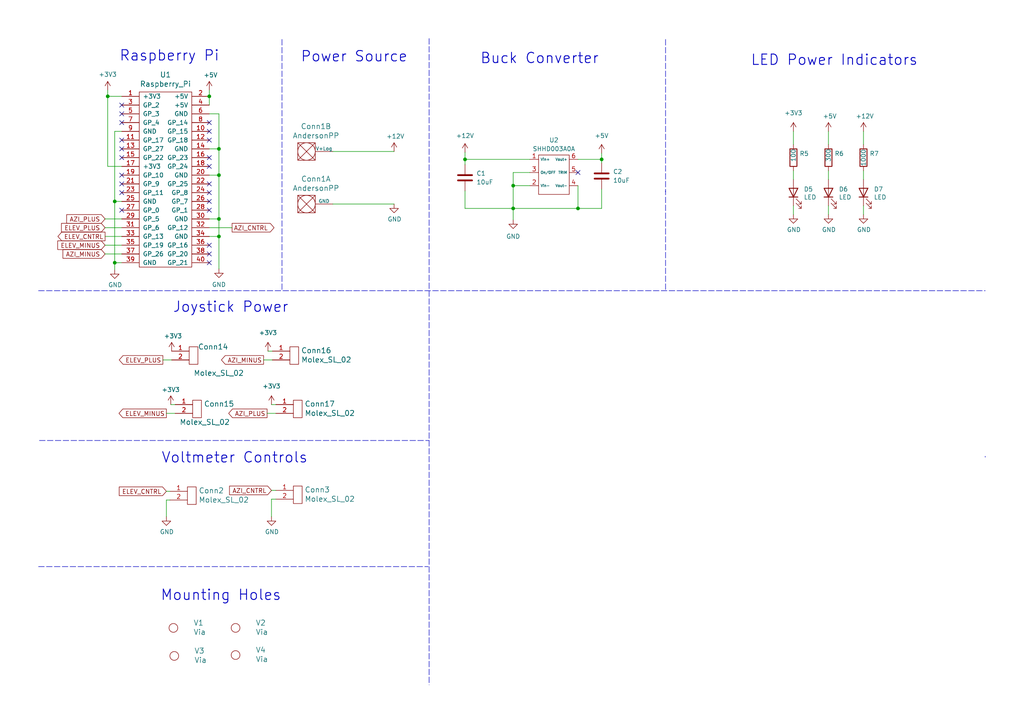
<source format=kicad_sch>
(kicad_sch (version 20230121) (generator eeschema)
  (paper "A4")
  (lib_symbols
    (symbol "Device:C" (pin_numbers hide) (pin_names (offset 0.254))
      (property "Reference" "C" (at 0.635 2.54 0))
      (property "Value" "C" (at 0.635 -2.54 0))
      (symbol "C_0_1"
        (polyline (pts (xy -2.032 -0.762) (xy 2.032 -0.762)) (stroke (width 0.508)))
        (polyline (pts (xy -2.032 0.762) (xy 2.032 0.762)) (stroke (width 0.508)))
      )
      (symbol "C_1_1"
        (pin passive line (at 0 3.81 270) (length 2.794) (name "~") (number "1"))
        (pin passive line (at 0 -3.81 90) (length 2.794) (name "~") (number "2"))
      )
    )
    (symbol "Device:LED" (pin_numbers hide) (pin_names (offset 1.016) hide)
      (property "Reference" "D" (at 0 2.54 0))
      (property "Value" "LED" (at 0 -2.54 0))
      (symbol "LED_0_1"
        (polyline (pts (xy -1.27 -1.27) (xy -1.27 1.27)) (stroke (width 0.254)))
        (polyline (pts (xy -1.27 0) (xy 1.27 0)))
        (polyline (pts (xy 1.27 -1.27) (xy 1.27 1.27) (xy -1.27 0) (xy 1.27 -1.27)) (stroke (width 0.254)))
        (polyline (pts (xy -3.048 -0.762) (xy -4.572 -2.286) (xy -3.81 -2.286) (xy -4.572 -2.286) (xy -4.572 -1.524)))
        (polyline (pts (xy -1.778 -0.762) (xy -3.302 -2.286) (xy -2.54 -2.286) (xy -3.302 -2.286) (xy -3.302 -1.524)))
      )
      (symbol "LED_1_1"
        (pin passive line (at -3.81 0 0) (length 2.54) (name "K") (number "1"))
        (pin passive line (at 3.81 0 180) (length 2.54) (name "A") (number "2"))
      )
    )
    (symbol "Device:R" (pin_numbers hide) (pin_names (offset 0))
      (property "Reference" "R" (at 2.032 0 90))
      (property "Value" "R" (at 0 0 90))
      (symbol "R_0_1"
        (rectangle (start -1.016 -2.54) (end 1.016 2.54) (stroke (width 0.254)))
      )
      (symbol "R_1_1"
        (pin passive line (at 0 3.81 270) (length 1.27) (name "~") (number "1"))
        (pin passive line (at 0 -3.81 90) (length 1.27) (name "~") (number "2"))
      )
    )
    (symbol "EquipmentServicingPanel_Hardware_2023_Rev1-rescue:+3.3V-power" (power) (pin_names (offset 0))
      (property "Value" "+3.3V-power" (at 0 3.556 0))
      (symbol "+3.3V-power_0_1"
        (polyline (pts (xy -0.762 1.27) (xy 0 2.54)))
        (polyline (pts (xy 0 0) (xy 0 2.54)))
        (polyline (pts (xy 0 2.54) (xy 0.762 1.27)))
      )
      (symbol "+3.3V-power_1_1"
        (pin power_in line (at 0 0 90) (length 0) hide (name "+3V3") (number "1"))
      )
    )
    (symbol "MRDT_Connectors:AndersonPP" (pin_numbers hide) (pin_names (offset 0))
      (property "Reference" "Conn" (at 3.81 -1.27 0))
      (property "Value" "AndersonPP" (at 2.54 6.35 0))
      (symbol "AndersonPP_0_1"
        (polyline (pts (xy 0 5.08) (xy 5.08 0)))
        (polyline (pts (xy 5.08 5.08) (xy 0 0)))
        (rectangle (start 0 0) (end 5.08 5.08))
        (circle (center 2.54 2.54) (radius 2.54))
      )
      (symbol "AndersonPP_1_1"
        (pin input line (at 10.16 2.54 180) (length 5.08) (name "GND") (number "1"))
      )
      (symbol "AndersonPP_2_1"
        (pin input line (at 10.16 2.54 180) (length 5.08) (name "V+Log") (number "2"))
      )
      (symbol "AndersonPP_3_1"
        (pin input line (at 10.16 2.54 180) (length 5.08) (name "V+Act") (number "3"))
      )
      (symbol "AndersonPP_4_1"
        (pin input line (at 10.16 2.54 180) (length 5.08) (name "PV+") (number "4"))
      )
      (symbol "AndersonPP_5_1"
        (pin input line (at 10.16 2.54 180) (length 5.08) (name "~") (number "1"))
      )
    )
    (symbol "MRDT_Connectors:Molex_SL_02" (pin_names (offset 1.016))
      (property "Reference" "Conn" (at 3.81 -1.27 0))
      (property "Value" "Molex_SL_02" (at 1.27 6.35 0))
      (symbol "Molex_SL_02_0_1"
        (rectangle (start 0 5.08) (end 2.54 0))
      )
      (symbol "Molex_SL_02_1_1"
        (pin input line (at -5.08 3.81 0) (length 5.08) (name "~") (number "1"))
        (pin input line (at -5.08 1.27 0) (length 5.08) (name "~") (number "2"))
      )
    )
    (symbol "MRDT_Devices:SHHD003A0A"
      (property "Reference" "U" (at 0 0 0))
      (property "Value" "SHHD003A0A" (at 0 0 0))
      (symbol "SHHD003A0A_0_1"
        (rectangle (start -3.81 13.97) (end 5.08 2.54))
      )
      (symbol "SHHD003A0A_1_1"
        (pin input line (at -6.35 12.7 0) (length 2.54) (name "Vin+") (number "1"))
        (pin input line (at -6.35 5.08 0) (length 2.54) (name "Vin-") (number "2"))
        (pin input line (at -6.35 8.89 0) (length 2.54) (name "On/OFF") (number "3"))
        (pin output line (at 7.62 5.08 180) (length 2.54) (name "Vout-") (number "4"))
        (pin output line (at 7.62 8.89 180) (length 2.54) (name "TRIM") (number "5"))
        (pin output line (at 7.62 12.7 180) (length 2.54) (name "Vout+") (number "6"))
      )
    )
    (symbol "MRDT_Drill_Holes:Via" (pin_names (offset 1.016))
      (property "Reference" "V" (at 0 -2.54 0))
      (property "Value" "Via" (at 0 2.54 0))
      (symbol "Via_0_1"
        (circle (center 0 0) (radius 1.27))
      )
      (symbol "Via_1_1"
        (pin input line (at 0 0 0) (length 5.08) hide (name "~") (number "1"))
      )
    )
    (symbol "MRDT_Shields:Raspberry_Pi" (pin_names (offset 1.016))
      (property "Reference" "U" (at 1.27 -1.27 0))
      (property "Value" "Raspberry_Pi" (at 7.62 52.07 0))
      (symbol "Raspberry_Pi_0_1"
        (rectangle (start 15.24 0) (end 0 50.8))
      )
      (symbol "Raspberry_Pi_1_1"
        (pin input line (at -5.08 49.53 0) (length 5.08) (name "+3V3") (number "1"))
        (pin input line (at 20.32 39.37 180) (length 5.08) (name "GP_15") (number "10"))
        (pin input line (at -5.08 36.83 0) (length 5.08) (name "GP_17") (number "11"))
        (pin input line (at 20.32 36.83 180) (length 5.08) (name "GP_18") (number "12"))
        (pin input line (at -5.08 34.29 0) (length 5.08) (name "GP_27") (number "13"))
        (pin input line (at 20.32 34.29 180) (length 5.08) (name "GND") (number "14"))
        (pin input line (at -5.08 31.75 0) (length 5.08) (name "GP_22") (number "15"))
        (pin input line (at 20.32 31.75 180) (length 5.08) (name "GP_23") (number "16"))
        (pin input line (at -5.08 29.21 0) (length 5.08) (name "+3V3") (number "17"))
        (pin input line (at 20.32 29.21 180) (length 5.08) (name "GP_24") (number "18"))
        (pin input line (at -5.08 26.67 0) (length 5.08) (name "GP_10") (number "19"))
        (pin input line (at 20.32 49.53 180) (length 5.08) (name "+5V") (number "2"))
        (pin input line (at 20.32 26.67 180) (length 5.08) (name "GND") (number "20"))
        (pin input line (at -5.08 24.13 0) (length 5.08) (name "GP_9") (number "21"))
        (pin input line (at 20.32 24.13 180) (length 5.08) (name "GP_25") (number "22"))
        (pin input line (at -5.08 21.59 0) (length 5.08) (name "GP_11") (number "23"))
        (pin input line (at 20.32 21.59 180) (length 5.08) (name "GP_8") (number "24"))
        (pin input line (at -5.08 19.05 0) (length 5.08) (name "GND") (number "25"))
        (pin input line (at 20.32 19.05 180) (length 5.08) (name "GP_7") (number "26"))
        (pin input line (at -5.08 16.51 0) (length 5.08) (name "GP_0") (number "27"))
        (pin input line (at 20.32 16.51 180) (length 5.08) (name "GP_1") (number "28"))
        (pin input line (at -5.08 13.97 0) (length 5.08) (name "GP_5") (number "29"))
        (pin input line (at -5.08 46.99 0) (length 5.08) (name "GP_2") (number "3"))
        (pin input line (at 20.32 13.97 180) (length 5.08) (name "GND") (number "30"))
        (pin input line (at -5.08 11.43 0) (length 5.08) (name "GP_6") (number "31"))
        (pin input line (at 20.32 11.43 180) (length 5.08) (name "GP_12") (number "32"))
        (pin input line (at -5.08 8.89 0) (length 5.08) (name "GP_13") (number "33"))
        (pin input line (at 20.32 8.89 180) (length 5.08) (name "GND") (number "34"))
        (pin input line (at -5.08 6.35 0) (length 5.08) (name "GP_19") (number "35"))
        (pin input line (at 20.32 6.35 180) (length 5.08) (name "GP_16") (number "36"))
        (pin input line (at -5.08 3.81 0) (length 5.08) (name "GP_26") (number "37"))
        (pin input line (at 20.32 3.81 180) (length 5.08) (name "GP_20") (number "38"))
        (pin input line (at -5.08 1.27 0) (length 5.08) (name "GND") (number "39"))
        (pin input line (at 20.32 46.99 180) (length 5.08) (name "+5V") (number "4"))
        (pin input line (at 20.32 1.27 180) (length 5.08) (name "GP_21") (number "40"))
        (pin input line (at -5.08 44.45 0) (length 5.08) (name "GP_3") (number "5"))
        (pin input line (at 20.32 44.45 180) (length 5.08) (name "GND") (number "6"))
        (pin input line (at -5.08 41.91 0) (length 5.08) (name "GP_4") (number "7"))
        (pin input line (at 20.32 41.91 180) (length 5.08) (name "GP_14") (number "8"))
        (pin input line (at -5.08 39.37 0) (length 5.08) (name "GND") (number "9"))
      )
    )
    (symbol "power:+12V" (power) (pin_names (offset 0))
      (property "Value" "+12V" (at 0 3.556 0))
      (symbol "+12V_0_1"
        (polyline (pts (xy -0.762 1.27) (xy 0 2.54)))
        (polyline (pts (xy 0 0) (xy 0 2.54)))
        (polyline (pts (xy 0 2.54) (xy 0.762 1.27)))
      )
      (symbol "+12V_1_1"
        (pin power_in line (at 0 0 90) (length 0) hide (name "+12V") (number "1"))
      )
    )
    (symbol "power:+3V3" (power) (pin_names (offset 0))
      (property "Value" "+3V3" (at 0 3.556 0))
      (symbol "+3V3_0_1"
        (polyline (pts (xy -0.762 1.27) (xy 0 2.54)))
        (polyline (pts (xy 0 0) (xy 0 2.54)))
        (polyline (pts (xy 0 2.54) (xy 0.762 1.27)))
      )
      (symbol "+3V3_1_1"
        (pin power_in line (at 0 0 90) (length 0) hide (name "+3V3") (number "1"))
      )
    )
    (symbol "power:+5V" (power) (pin_names (offset 0))
      (property "Value" "+5V" (at 0 3.556 0))
      (symbol "+5V_0_1"
        (polyline (pts (xy -0.762 1.27) (xy 0 2.54)))
        (polyline (pts (xy 0 0) (xy 0 2.54)))
        (polyline (pts (xy 0 2.54) (xy 0.762 1.27)))
      )
      (symbol "+5V_1_1"
        (pin power_in line (at 0 0 90) (length 0) hide (name "+5V") (number "1"))
      )
    )
    (symbol "power:GND" (power) (pin_names (offset 0))
      (property "Value" "GND" (at 0 -3.81 0))
      (symbol "GND_0_1"
        (polyline (pts (xy 0 0) (xy 0 -1.27) (xy 1.27 -1.27) (xy 0 -2.54) (xy -1.27 -1.27) (xy 0 -1.27)))
      )
      (symbol "GND_1_1"
        (pin power_in line (at 0 0 270) (length 0) hide (name "GND") (number "1"))
      )
    )
  )
  (junction (at 31.242 27.94))
  (junction (at 174.498 46.228))
  (junction (at 63.5 68.58))
  (junction (at 134.874 46.228))
  (junction (at 60.706 27.94))
  (junction (at 63.5 50.8))
  (junction (at 63.5 63.5))
  (junction (at 148.844 53.848))
  (junction (at 148.844 60.452))
  (junction (at 167.64 60.452))
  (junction (at 33.274 58.42))
  (junction (at 33.274 76.2))
  (junction (at 63.5 43.18))
  (no_connect (at 35.306 45.72))
  (no_connect (at 35.306 55.88))
  (no_connect (at 60.706 40.64))
  (no_connect (at 60.706 55.88))
  (no_connect (at 35.306 30.48))
  (no_connect (at 35.306 33.02))
  (no_connect (at 35.306 60.96))
  (no_connect (at 35.306 40.64))
  (no_connect (at 60.706 73.66))
  (no_connect (at 60.706 45.72))
  (no_connect (at 60.706 58.42))
  (no_connect (at 60.706 60.96))
  (no_connect (at 60.706 53.34))
  (no_connect (at 167.64 50.038))
  (no_connect (at 35.306 53.34))
  (no_connect (at 60.706 48.26))
  (no_connect (at 35.306 43.18))
  (no_connect (at 60.706 76.2))
  (no_connect (at 60.706 35.56))
  (no_connect (at 35.306 35.56))
  (no_connect (at 35.306 50.8))
  (no_connect (at 60.706 38.1))
  (no_connect (at 60.706 71.12))
  (polyline (pts (xy 285.75 132.334) (xy 285.75 132.588)) (stroke (width 0) (type dash)))
  (wire (pts (xy 134.874 60.452) (xy 148.844 60.452)))
  (wire (pts (xy 63.5 43.18) (xy 63.5 50.8)))
  (wire (pts (xy 48.26 142.494) (xy 49.276 142.494)))
  (wire (pts (xy 77.724 101.854) (xy 78.994 101.854)))
  (wire (pts (xy 240.284 41.91) (xy 240.284 38.1)))
  (polyline (pts (xy 124.46 84.328) (xy 124.46 198.628)) (stroke (width 0) (type dash)))
  (polyline (pts (xy 11.176 84.328) (xy 285.75 84.328)) (stroke (width 0) (type dash)))
  (wire (pts (xy 30.48 66.04) (xy 35.306 66.04)))
  (wire (pts (xy 35.306 38.1) (xy 33.274 38.1)))
  (wire (pts (xy 30.48 63.5) (xy 35.306 63.5)))
  (wire (pts (xy 250.444 52.07) (xy 250.444 49.53)))
  (wire (pts (xy 33.274 76.2) (xy 33.274 78.232)))
  (wire (pts (xy 63.5 68.58) (xy 60.706 68.58)))
  (wire (pts (xy 76.454 104.394) (xy 78.994 104.394)))
  (wire (pts (xy 48.26 149.86) (xy 48.26 145.034)))
  (wire (pts (xy 80.01 117.348) (xy 78.74 117.348)))
  (wire (pts (xy 230.124 52.07) (xy 230.124 49.53)))
  (wire (pts (xy 60.706 50.8) (xy 63.5 50.8)))
  (wire (pts (xy 134.874 44.196) (xy 134.874 46.228)))
  (wire (pts (xy 230.124 41.91) (xy 230.124 38.1)))
  (wire (pts (xy 63.5 50.8) (xy 63.5 63.5)))
  (polyline (pts (xy 81.788 11.43) (xy 81.788 84.328)) (stroke (width 0) (type dash)))
  (wire (pts (xy 60.706 63.5) (xy 63.5 63.5)))
  (wire (pts (xy 174.498 44.45) (xy 174.498 46.228)))
  (wire (pts (xy 35.306 58.42) (xy 33.274 58.42)))
  (wire (pts (xy 240.284 62.23) (xy 240.284 59.69)))
  (wire (pts (xy 174.498 54.864) (xy 174.498 60.452)))
  (wire (pts (xy 96.52 43.942) (xy 114.3 43.942)))
  (wire (pts (xy 250.444 62.23) (xy 250.444 59.69)))
  (wire (pts (xy 31.242 27.94) (xy 31.242 48.26)))
  (wire (pts (xy 77.47 119.888) (xy 80.01 119.888)))
  (wire (pts (xy 167.64 53.848) (xy 167.64 60.452)))
  (polyline (pts (xy 193.04 11.43) (xy 193.04 84.328)) (stroke (width 0) (type dash)))
  (wire (pts (xy 60.706 26.162) (xy 60.706 27.94)))
  (wire (pts (xy 63.5 33.02) (xy 63.5 43.18)))
  (wire (pts (xy 47.244 104.394) (xy 49.784 104.394)))
  (wire (pts (xy 50.8 117.348) (xy 49.53 117.348)))
  (wire (pts (xy 148.844 50.038) (xy 148.844 53.848)))
  (wire (pts (xy 174.498 60.452) (xy 167.64 60.452)))
  (wire (pts (xy 148.844 60.452) (xy 148.844 63.754)))
  (wire (pts (xy 60.706 43.18) (xy 63.5 43.18)))
  (polyline (pts (xy 11.176 164.338) (xy 124.206 164.338)) (stroke (width 0) (type dash)))
  (wire (pts (xy 240.284 52.07) (xy 240.284 49.53)))
  (wire (pts (xy 48.26 119.888) (xy 50.8 119.888)))
  (wire (pts (xy 153.67 50.038) (xy 148.844 50.038)))
  (wire (pts (xy 167.64 60.452) (xy 148.844 60.452)))
  (wire (pts (xy 31.242 26.162) (xy 31.242 27.94)))
  (wire (pts (xy 148.844 53.848) (xy 148.844 60.452)))
  (wire (pts (xy 167.64 46.228) (xy 174.498 46.228)))
  (wire (pts (xy 35.306 76.2) (xy 33.274 76.2)))
  (wire (pts (xy 35.306 27.94) (xy 31.242 27.94)))
  (wire (pts (xy 78.74 144.78) (xy 78.74 149.86)))
  (wire (pts (xy 33.274 38.1) (xy 33.274 58.42)))
  (wire (pts (xy 33.274 58.42) (xy 33.274 76.2)))
  (wire (pts (xy 134.874 46.228) (xy 134.874 47.752)))
  (wire (pts (xy 63.5 63.5) (xy 63.5 68.58)))
  (wire (pts (xy 30.48 68.58) (xy 35.306 68.58)))
  (polyline (pts (xy 124.46 11.176) (xy 124.46 84.328)) (stroke (width 0) (type dash)))
  (wire (pts (xy 148.844 53.848) (xy 153.67 53.848)))
  (wire (pts (xy 35.306 48.26) (xy 31.242 48.26)))
  (wire (pts (xy 96.52 59.182) (xy 114.3 59.182)))
  (wire (pts (xy 60.706 66.04) (xy 67.31 66.04)))
  (wire (pts (xy 60.706 33.02) (xy 63.5 33.02)))
  (wire (pts (xy 63.5 77.978) (xy 63.5 68.58)))
  (wire (pts (xy 80.01 144.78) (xy 78.74 144.78)))
  (wire (pts (xy 60.706 27.94) (xy 60.706 30.48)))
  (wire (pts (xy 30.48 71.12) (xy 35.306 71.12)))
  (wire (pts (xy 49.276 145.034) (xy 48.26 145.034)))
  (wire (pts (xy 30.48 73.66) (xy 35.306 73.66)))
  (wire (pts (xy 134.874 55.372) (xy 134.874 60.452)))
  (wire (pts (xy 250.444 41.91) (xy 250.444 38.1)))
  (wire (pts (xy 230.124 59.69) (xy 230.124 62.23)))
  (wire (pts (xy 80.01 142.24) (xy 78.74 142.24)))
  (wire (pts (xy 174.498 46.228) (xy 174.498 47.244)))
  (wire (pts (xy 153.67 46.228) (xy 134.874 46.228)))
  (polyline (pts (xy 193.04 55.626) (xy 193.04 55.372)) (stroke (width 0) (type dash)))
  (polyline (pts (xy 11.43 127.762) (xy 124.46 127.762)) (stroke (width 0) (type dash)))
  (text "Raspberry Pi\n" (at 34.544 18.034 0) (effects (font (size 3 3) (thickness 0.254) bold) (justify left bottom)))
  (text "Power Source" (at 87.122 18.288 0) (effects (font (size 3 3) (thickness 0.254) bold) (justify left bottom)))
  (text "Buck Converter" (at 139.192 18.796 0) (effects (font (size 3 3) (thickness 0.254) bold) (justify left bottom)))
  (text "Joystick Power" (at 50.038 90.932 0) (effects (font (size 3 3) (thickness 0.254) bold) (justify left bottom)))
  (text "Mounting Holes" (at 46.482 174.498 0) (effects (font (size 3 3) (thickness 0.254) bold) (justify left bottom)))
  (text "LED Power Indicators" (at 217.678 19.304 0) (effects (font (size 3 3) (thickness 0.254) bold) (justify left bottom)))
  (text "Voltmeter Controls" (at 46.736 134.62 0) (effects (font (size 3 3) (thickness 0.254) bold) (justify left bottom)))
  (global_label "ELEV_CNTRL" (shape input) (at 48.26 142.494 180) (property "Intersheetrefs" "${INTERSHEET_REFS}" (effects hide)))
  (global_label "AZI_CNTRL" (shape output) (at 67.31 66.04 0) (property "Intersheetrefs" "${INTERSHEET_REFS}" (effects hide)))
  (global_label "ELEV_MINUS" (shape output) (at 48.26 119.888 180) (property "Intersheetrefs" "${INTERSHEET_REFS}" (effects hide)))
  (global_label "ELEV_PLUS" (shape input) (at 30.48 66.04 180) (property "Intersheetrefs" "${INTERSHEET_REFS}" (effects hide)))
  (global_label "AZI_CNTRL" (shape input) (at 78.74 142.24 180) (property "Intersheetrefs" "${INTERSHEET_REFS}" (effects hide)))
  (global_label "ELEV_PLUS" (shape output) (at 47.244 104.394 180) (property "Intersheetrefs" "${INTERSHEET_REFS}" (effects hide)))
  (global_label "AZI_MINUS" (shape output) (at 76.454 104.394 180) (property "Intersheetrefs" "${INTERSHEET_REFS}" (effects hide)))
  (global_label "ELEV_CNTRL" (shape output) (at 30.48 68.58 180) (property "Intersheetrefs" "${INTERSHEET_REFS}" (effects hide)))
  (global_label "AZI_MINUS" (shape input) (at 30.48 73.66 180) (property "Intersheetrefs" "${INTERSHEET_REFS}" (effects hide)))
  (global_label "AZI_PLUS" (shape input) (at 30.48 63.5 180) (property "Intersheetrefs" "${INTERSHEET_REFS}" (effects hide)))
  (global_label "ELEV_MINUS" (shape input) (at 30.48 71.12 180) (property "Intersheetrefs" "${INTERSHEET_REFS}" (effects hide)))
  (global_label "AZI_PLUS" (shape output) (at 77.47 119.888 180) (property "Intersheetrefs" "${INTERSHEET_REFS}" (effects hide)))
  (symbol (lib_id "MRDT_Connectors:Molex_SL_02") (at 54.356 146.304 0) (unit 1)
    (property "Reference" "Conn2" (at 57.6072 142.2908 0) (effects (font (size 1.524 1.524)) (justify left)))
    (property "Value" "Molex_SL_02" (at 57.6072 144.9832 0) (effects (font (size 1.524 1.524)) (justify left)))
    (property "Footprint" "MRDT_Connectors:MOLEX_SL_02_Vertical" (effects hide))
  )
  (symbol (lib_id "MRDT_Connectors:Molex_SL_02") (at 85.09 146.05 0) (unit 1)
    (property "Reference" "Conn3" (at 88.3412 142.0368 0) (effects (font (size 1.524 1.524)) (justify left)))
    (property "Value" "Molex_SL_02" (at 88.3412 144.7292 0) (effects (font (size 1.524 1.524)) (justify left)))
    (property "Footprint" "MRDT_Connectors:MOLEX_SL_02_Vertical" (effects hide))
  )
  (symbol (lib_id "power:GND") (at 48.26 149.86 0) (unit 1)
    (property "Reference" "#PWR04" (effects hide))
    (property "Value" "GND" (at 48.387 154.2542 0))
  )
  (symbol (lib_id "power:GND") (at 78.74 149.86 0) (unit 1)
    (property "Reference" "#PWR012" (effects hide))
    (property "Value" "GND" (at 78.867 154.2542 0))
  )
  (symbol (lib_id "power:GND") (at 33.274 78.232 0) (unit 1)
    (property "Reference" "#PWR03" (effects hide))
    (property "Value" "GND" (at 33.401 82.6262 0))
  )
  (symbol (lib_id "MRDT_Connectors:AndersonPP") (at 86.36 61.722 0) (unit 1)
    (property "Reference" "Conn1" (at 91.6432 51.8922 0) (effects (font (size 1.524 1.524))))
    (property "Value" "AndersonPP" (at 91.6432 54.5846 0) (effects (font (size 1.524 1.524))))
    (property "Footprint" "MRDT_Connectors:Square_Anderson_2_H_Side_By_Side" (effects hide))
  )
  (symbol (lib_id "MRDT_Connectors:AndersonPP") (at 86.36 46.482 0) (unit 2)
    (property "Reference" "Conn1" (at 91.6432 36.6522 0) (effects (font (size 1.524 1.524))))
    (property "Value" "AndersonPP" (at 91.6432 39.3446 0) (effects (font (size 1.524 1.524))))
    (property "Footprint" "MRDT_Connectors:Square_Anderson_2_H_Side_By_Side" (effects hide))
  )
  (symbol (lib_id "Device:R") (at 230.124 45.72 0) (unit 1)
    (property "Reference" "R5" (at 231.902 44.5516 0) (effects (justify left)))
    (property "Value" "100" (at 230.124 46.99 90) (effects (justify left)))
    (property "Footprint" "Resistor_SMD:R_0603_1608Metric_Pad0.98x0.95mm_HandSolder" (effects hide))
  )
  (symbol (lib_id "Device:R") (at 240.284 45.72 0) (unit 1)
    (property "Reference" "R6" (at 242.062 44.5516 0) (effects (justify left)))
    (property "Value" "300" (at 240.284 46.99 90) (effects (justify left)))
    (property "Footprint" "Resistor_SMD:R_0603_1608Metric_Pad0.98x0.95mm_HandSolder" (effects hide))
  )
  (symbol (lib_id "Device:R") (at 250.444 45.72 0) (unit 1)
    (property "Reference" "R7" (at 252.222 44.5516 0) (effects (justify left)))
    (property "Value" "1000" (at 250.444 48.26 90) (effects (justify left)))
    (property "Footprint" "Resistor_SMD:R_0603_1608Metric_Pad0.98x0.95mm_HandSolder" (effects hide))
  )
  (symbol (lib_id "power:+12V") (at 250.444 38.1 0) (unit 1)
    (property "Reference" "#PWR042" (effects hide))
    (property "Value" "+12V" (at 250.825 33.7058 0))
  )
  (symbol (lib_id "power:+5V") (at 240.284 38.1 0) (unit 1)
    (property "Reference" "#PWR040" (effects hide))
    (property "Value" "+5V" (at 240.665 33.7058 0))
  )
  (symbol (lib_id "power:+12V") (at 114.3 43.942 0) (unit 1)
    (property "Reference" "#PWR05" (effects hide))
    (property "Value" "+12V" (at 114.681 39.5478 0))
  )
  (symbol (lib_id "power:GND") (at 114.3 59.182 0) (unit 1)
    (property "Reference" "#PWR019" (effects hide))
    (property "Value" "GND" (at 114.427 63.5762 0))
  )
  (symbol (lib_id "Device:LED") (at 230.124 55.88 90) (unit 1)
    (property "Reference" "D5" (at 233.1212 54.8894 90) (effects (justify right)))
    (property "Value" "LED" (at 233.1212 57.2008 90) (effects (justify right)))
    (property "Footprint" "LED_SMD:LED_0603_1608Metric_Pad1.05x0.95mm_HandSolder" (effects hide))
  )
  (symbol (lib_id "Device:LED") (at 240.284 55.88 90) (unit 1)
    (property "Reference" "D6" (at 243.2812 54.8894 90) (effects (justify right)))
    (property "Value" "LED" (at 243.2812 57.2008 90) (effects (justify right)))
    (property "Footprint" "LED_SMD:LED_0603_1608Metric_Pad1.05x0.95mm_HandSolder" (effects hide))
  )
  (symbol (lib_id "Device:LED") (at 250.444 55.88 90) (unit 1)
    (property "Reference" "D7" (at 253.4412 54.8894 90) (effects (justify right)))
    (property "Value" "LED" (at 253.4412 57.2008 90) (effects (justify right)))
    (property "Footprint" "LED_SMD:LED_0603_1608Metric_Pad1.05x0.95mm_HandSolder" (effects hide))
  )
  (symbol (lib_id "power:GND") (at 230.124 62.23 0) (unit 1)
    (property "Reference" "#PWR039" (effects hide))
    (property "Value" "GND" (at 230.251 66.6242 0))
  )
  (symbol (lib_id "power:GND") (at 240.284 62.23 0) (unit 1)
    (property "Reference" "#PWR041" (effects hide))
    (property "Value" "GND" (at 240.411 66.6242 0))
  )
  (symbol (lib_id "power:GND") (at 250.444 62.23 0) (unit 1)
    (property "Reference" "#PWR043" (effects hide))
    (property "Value" "GND" (at 250.571 66.6242 0))
  )
  (symbol (lib_id "MRDT_Connectors:Molex_SL_02") (at 54.864 105.664 0) (unit 1)
    (property "Reference" "Conn14" (at 57.404 100.584 0) (effects (font (size 1.524 1.524)) (justify left)))
    (property "Value" "Molex_SL_02" (at 56.134 108.204 0) (effects (font (size 1.524 1.524)) (justify left)))
    (property "Footprint" "MRDT_Connectors:MOLEX_SL_02_Vertical" (effects hide))
  )
  (symbol (lib_id "MRDT_Connectors:Molex_SL_02") (at 84.074 105.664 0) (unit 1)
    (property "Reference" "Conn16" (at 87.3252 101.6508 0) (effects (font (size 1.524 1.524)) (justify left)))
    (property "Value" "Molex_SL_02" (at 87.3252 104.3432 0) (effects (font (size 1.524 1.524)) (justify left)))
    (property "Footprint" "MRDT_Connectors:MOLEX_SL_02_Vertical" (effects hide))
  )
  (symbol (lib_id "MRDT_Connectors:Molex_SL_02") (at 85.09 121.158 0) (unit 1)
    (property "Reference" "Conn17" (at 88.3412 117.1448 0) (effects (font (size 1.524 1.524)) (justify left)))
    (property "Value" "Molex_SL_02" (at 88.3412 119.8372 0) (effects (font (size 1.524 1.524)) (justify left)))
    (property "Footprint" "MRDT_Connectors:MOLEX_SL_02_Vertical" (effects hide))
  )
  (symbol (lib_id "MRDT_Connectors:Molex_SL_02") (at 55.88 121.158 0) (unit 1)
    (property "Reference" "Conn15" (at 59.1312 117.1448 0) (effects (font (size 1.524 1.524)) (justify left)))
    (property "Value" "Molex_SL_02" (at 52.07 122.428 0) (effects (font (size 1.524 1.524)) (justify left)))
    (property "Footprint" "MRDT_Connectors:MOLEX_SL_02_Vertical" (effects hide))
  )
  (symbol (lib_id "power:+5V") (at 60.706 26.162 0) (unit 1)
    (property "Reference" "#PWR06" (effects hide))
    (property "Value" "+5V" (at 61.087 21.7678 0))
  )
  (symbol (lib_id "EquipmentServicingPanel_Hardware_2023_Rev1-rescue:+3.3V-power") (at 49.784 101.854 0) (unit 1)
    (property "Reference" "#PWR046" (effects hide))
    (property "Value" "+3V3" (at 50.165 97.4598 0))
  )
  (symbol (lib_id "MRDT_Drill_Holes:Via") (at 50.292 182.118 0) (unit 1)
    (property "Reference" "V1" (at 56.0832 180.6448 0) (effects (font (size 1.524 1.524)) (justify left)))
    (property "Value" "Via" (at 56.0832 183.3372 0) (effects (font (size 1.524 1.524)) (justify left)))
    (property "Footprint" "MRDT_Drill_Holes:4_40_Hole_Corner" (effects hide))
  )
  (symbol (lib_id "MRDT_Drill_Holes:Via") (at 68.326 182.118 0) (unit 1)
    (property "Reference" "V2" (at 74.1172 180.6448 0) (effects (font (size 1.524 1.524)) (justify left)))
    (property "Value" "Via" (at 74.1172 183.3372 0) (effects (font (size 1.524 1.524)) (justify left)))
    (property "Footprint" "MRDT_Drill_Holes:4_40_Hole_Corner" (effects hide))
  )
  (symbol (lib_id "MRDT_Shields:Raspberry_Pi") (at 40.386 77.47 0) (unit 1)
    (property "Reference" "U1" (at 48.006 21.6662 0) (effects (font (size 1.524 1.524))))
    (property "Value" "Raspberry_Pi" (at 48.006 24.3586 0) (effects (font (size 1.524 1.524))))
    (property "Footprint" "MRDT_Shields:RaspberryPi_THT_BOTTOM" (effects hide))
  )
  (symbol (lib_id "MRDT_Drill_Holes:Via") (at 50.546 190.246 0) (unit 1)
    (property "Reference" "V3" (at 56.3372 188.7728 0) (effects (font (size 1.524 1.524)) (justify left)))
    (property "Value" "Via" (at 56.3372 191.4652 0) (effects (font (size 1.524 1.524)) (justify left)))
    (property "Footprint" "MRDT_Drill_Holes:4_40_Hole_Corner" (effects hide))
  )
  (symbol (lib_id "MRDT_Drill_Holes:Via") (at 68.326 189.992 0) (unit 1)
    (property "Reference" "V4" (at 74.1172 188.5188 0) (effects (font (size 1.524 1.524)) (justify left)))
    (property "Value" "Via" (at 74.1172 191.2112 0) (effects (font (size 1.524 1.524)) (justify left)))
    (property "Footprint" "MRDT_Drill_Holes:4_40_Hole_Corner" (effects hide))
  )
  (symbol (lib_id "power:+3V3") (at 230.124 38.1 0) (unit 1)
    (property "Reference" "#PWR09" (effects hide))
    (property "Value" "+3V3" (at 230.124 32.766 0))
  )
  (symbol (lib_id "power:+3V3") (at 77.724 101.854 0) (unit 1)
    (property "Reference" "#PWR01" (effects hide))
    (property "Value" "+3V3" (at 77.724 96.52 0))
  )
  (symbol (lib_id "power:GND") (at 63.5 77.978 0) (unit 1)
    (property "Reference" "#PWR02" (effects hide))
    (property "Value" "GND" (at 63.5 82.55 0))
  )
  (symbol (lib_id "power:+3V3") (at 31.242 26.162 0) (unit 1)
    (property "Reference" "#PWR07" (effects hide))
    (property "Value" "+3V3" (at 31.242 21.59 0))
  )
  (symbol (lib_id "power:+3V3") (at 78.74 117.348 0) (unit 1)
    (property "Reference" "#PWR08" (effects hide))
    (property "Value" "+3V3" (at 78.74 112.014 0))
  )
  (symbol (lib_id "power:+3V3") (at 49.53 117.348 0) (unit 1)
    (property "Reference" "#PWR010" (effects hide))
    (property "Value" "+3V3" (at 49.53 113.03 0))
  )
  (symbol (lib_id "power:+12V") (at 134.874 44.196 0) (unit 1)
    (property "Reference" "#PWR044" (effects hide))
    (property "Value" "+12V" (at 134.874 39.37 0))
  )
  (symbol (lib_id "Device:C") (at 174.498 51.054 0) (unit 1)
    (property "Reference" "C2" (at 177.8 49.784 0) (effects (justify left)))
    (property "Value" "10uF" (at 177.8 52.324 0) (effects (justify left)))
    (property "Footprint" "Capacitor_SMD:C_0603_1608Metric" (effects hide))
  )
  (symbol (lib_id "MRDT_Devices:SHHD003A0A") (at 160.02 58.928 0) (unit 1)
    (property "Reference" "U2" (at 160.655 40.64 0))
    (property "Value" "SHHD003A0A" (at 160.655 43.18 0))
    (property "Footprint" "MRDT_Devices:SHHD003A0A41Z_Through_Hole" (effects hide))
    (property "Datasheet" "https://www.digikey.com/en/products/detail/abb-power-conversion/SHHD003A0A41-SRZ/3993519" (effects hide))
  )
  (symbol (lib_id "power:GND") (at 148.844 63.754 0) (unit 1)
    (property "Reference" "#PWR047" (effects hide))
    (property "Value" "GND" (at 148.844 68.58 0))
  )
  (symbol (lib_id "Device:C") (at 134.874 51.562 0) (unit 1)
    (property "Reference" "C1" (at 138.176 50.292 0) (effects (justify left)))
    (property "Value" "10uF" (at 138.176 52.832 0) (effects (justify left)))
    (property "Footprint" "Capacitor_SMD:C_0603_1608Metric" (effects hide))
  )
  (symbol (lib_id "power:+5V") (at 174.498 44.45 0) (unit 1)
    (property "Reference" "#PWR048" (effects hide))
    (property "Value" "+5V" (at 174.498 39.37 0))
  )
)
</source>
